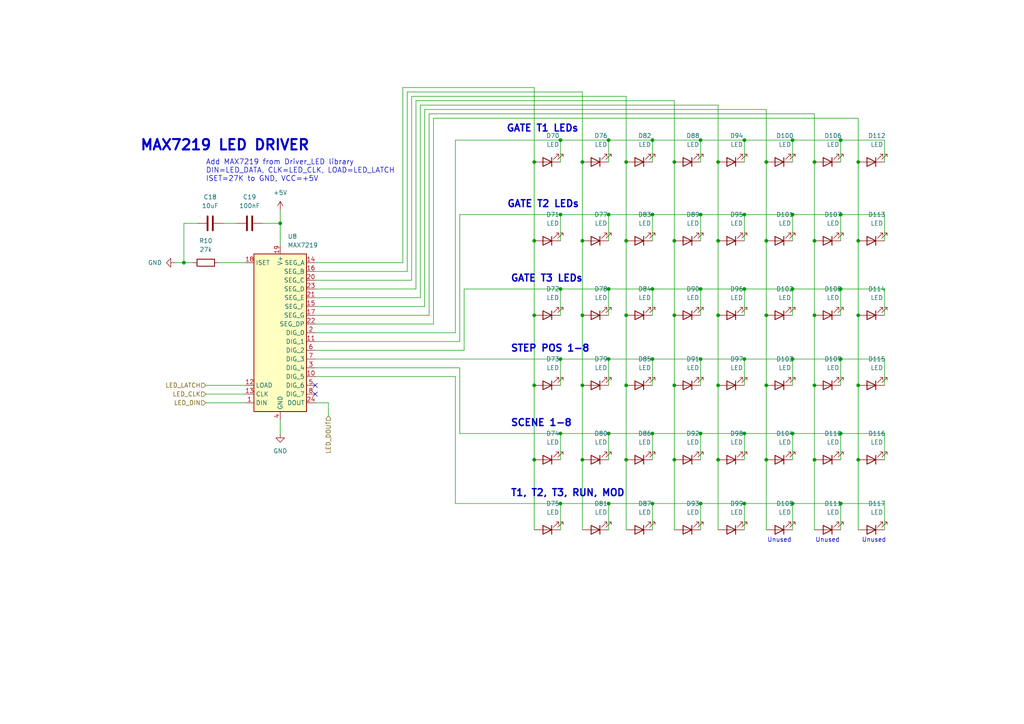
<source format=kicad_sch>
(kicad_sch (version 20250114) (generator "eeschema") (generator_version "9.0")
  (paper "A4")
  (title_block (date "2025-01-26"))
  (lib_symbols
    (symbol "Device:C" (pin_numbers (hide yes)) (pin_names (offset 0.254))
      (property "Reference" "C" (at 0.635 2.54 0))
      (property "Value" "C" (at 0.635 -2.54 0))
      (symbol "C_0_1"
        (polyline (pts (xy -2.032 0.762) (xy 2.032 0.762)) (stroke (width 0.508)))
        (polyline (pts (xy -2.032 -0.762) (xy 2.032 -0.762)) (stroke (width 0.508)))
      )
      (symbol "C_1_1"
        (pin passive line (at 0 3.81 270) (length 2.794) (name "~") (number "1"))
        (pin passive line (at 0 -3.81 90) (length 2.794) (name "~") (number "2"))
      )
    )
    (symbol "Device:R" (pin_numbers (hide yes)) (pin_names (offset 0))
      (property "Reference" "R" (at 2.032 0 90))
      (property "Value" "R" (at 0 0 90))
      (symbol "R_0_1"
        (rectangle (start -1.016 -2.54) (end 1.016 2.54) (stroke (width 0.254)))
      )
      (symbol "R_1_1"
        (pin passive line (at 0 3.81 270) (length 1.27) (name "~") (number "1"))
        (pin passive line (at 0 -3.81 90) (length 1.27) (name "~") (number "2"))
      )
    )
    (symbol "Driver_LED:MAX7219"
      (property "Reference" "U" (at -6.35 24.13 0))
      (property "Value" "MAX7219" (at 1.27 25.4 0))
      (symbol "MAX7219_0_1"
        (rectangle (start -7.62 22.86) (end 7.62 -22.86) (stroke (width 0.254)) (fill (type background)))
      )
      (symbol "MAX7219_1_1"
        (pin input line (at -10.16 20.32 0) (length 2.54) (name "ISET") (number "18"))
        (pin input line (at -10.16 -15.24 0) (length 2.54) (name "LOAD") (number "12"))
        (pin input line (at -10.16 -17.78 0) (length 2.54) (name "CLK") (number "13"))
        (pin input line (at -10.16 -20.32 0) (length 2.54) (name "DIN") (number "1"))
        (pin power_in line (at 0 25.4 270) (length 2.54) (name "V+") (number "19"))
        (pin power_in line (at 0 -25.4 90) (length 2.54) (name "GND") (number "4"))
        (pin passive line (at 0 -25.4 90) (length 2.54) (hide yes) (name "GND") (number "9"))
        (pin output line (at 10.16 20.32 180) (length 2.54) (name "SEG_A") (number "14"))
        (pin output line (at 10.16 17.78 180) (length 2.54) (name "SEG_B") (number "16"))
        (pin output line (at 10.16 15.24 180) (length 2.54) (name "SEG_C") (number "20"))
        (pin output line (at 10.16 12.7 180) (length 2.54) (name "SEG_D") (number "23"))
        (pin output line (at 10.16 10.16 180) (length 2.54) (name "SEG_E") (number "21"))
        (pin output line (at 10.16 7.62 180) (length 2.54) (name "SEG_F") (number "15"))
        (pin output line (at 10.16 5.08 180) (length 2.54) (name "SEG_G") (number "17"))
        (pin output line (at 10.16 2.54 180) (length 2.54) (name "SEG_DP") (number "22"))
        (pin output line (at 10.16 0 180) (length 2.54) (name "DIG_0") (number "2"))
        (pin output line (at 10.16 -2.54 180) (length 2.54) (name "DIG_1") (number "11"))
        (pin output line (at 10.16 -5.08 180) (length 2.54) (name "DIG_2") (number "6"))
        (pin output line (at 10.16 -7.62 180) (length 2.54) (name "DIG_3") (number "7"))
        (pin output line (at 10.16 -10.16 180) (length 2.54) (name "DIG_4") (number "3"))
        (pin output line (at 10.16 -12.7 180) (length 2.54) (name "DIG_5") (number "10"))
        (pin output line (at 10.16 -15.24 180) (length 2.54) (name "DIG_6") (number "5"))
        (pin output line (at 10.16 -17.78 180) (length 2.54) (name "DIG_7") (number "8"))
        (pin output line (at 10.16 -20.32 180) (length 2.54) (name "DOUT") (number "24"))
      )
    )
    (symbol "LED_1" (pin_numbers (hide yes)) (pin_names (offset 1.016) (hide yes))
      (property "Reference" "D" (at 0 2.54 0))
      (property "Value" "LED" (at 0 -2.54 0))
      (symbol "LED_1_0_1"
        (polyline (pts (xy -3.048 -0.762) (xy -4.572 -2.286) (xy -3.81 -2.286) (xy -4.572 -2.286) (xy -4.572 -1.524)))
        (polyline (pts (xy -1.778 -0.762) (xy -3.302 -2.286) (xy -2.54 -2.286) (xy -3.302 -2.286) (xy -3.302 -1.524)))
        (polyline (pts (xy -1.27 0) (xy 1.27 0)))
        (polyline (pts (xy -1.27 -1.27) (xy -1.27 1.27)) (stroke (width 0.254)))
        (polyline (pts (xy 1.27 -1.27) (xy 1.27 1.27) (xy -1.27 0) (xy 1.27 -1.27)) (stroke (width 0.254)))
      )
      (symbol "LED_1_1_1"
        (pin passive line (at -3.81 0 0) (length 2.54) (name "K") (number "1"))
        (pin passive line (at 3.81 0 180) (length 2.54) (name "A") (number "2"))
      )
    )
    (symbol "power:+5V" (power) (pin_numbers (hide yes)) (pin_names (offset 0) (hide yes))
      (property "Value" "+5V" (at 0 3.556 0))
      (symbol "+5V_0_1"
        (polyline (pts (xy -0.762 1.27) (xy 0 2.54)))
        (polyline (pts (xy 0 2.54) (xy 0.762 1.27)))
        (polyline (pts (xy 0 0) (xy 0 2.54)))
      )
      (symbol "+5V_1_1"
        (pin power_in line (at 0 0 90) (length 0) (name "~") (number "1"))
      )
    )
    (symbol "power:GND" (power) (pin_numbers (hide yes)) (pin_names (offset 0) (hide yes))
      (property "Value" "GND" (at 0 -3.81 0))
      (symbol "GND_0_1"
        (polyline (pts (xy 0 0) (xy 0 -1.27) (xy 1.27 -1.27) (xy 0 -2.54) (xy -1.27 -1.27) (xy 0 -1.27)))
      )
      (symbol "GND_1_1"
        (pin power_in line (at 0 0 270) (length 0) (name "~") (number "1"))
      )
    )
  )
  (text "Unused" (at 226.06 156.718 0) (effects (font (size 1.27 1.27))))
  (text "GATE T2 LEDs" (at 147 59.26 0) (effects (font (size 2 2) (bold yes)) (justify left)))
  (text "T1, T2, T3, RUN, MOD" (at 148.03 143.08 0) (effects (font (size 2 2) (bold yes)) (justify left)))
  (text "Unused" (at 240.03 156.718 0) (effects (font (size 1.27 1.27))))
  (text "GATE T3 LEDs" (at 148.03 80.85 0) (effects (font (size 2 2) (bold yes)) (justify left)))
  (text "Add MAX7219 from Driver_LED library\nDIN=LED_DATA, CLK=LED_CLK, LOAD=LED_LATCH\nISET=27K to GND, VCC=+5V" (at 59.69 49.53 0) (effects (font (size 1.5 1.5)) (justify left)))
  (text "MAX7219 LED DRIVER" (at 40.48 42.23 0) (effects (font (size 3 3) (bold yes)) (justify left)))
  (text "SCENE 1-8" (at 148.03 122.76 0) (effects (font (size 2 2) (bold yes)) (justify left)))
  (text "Unused" (at 253.492 156.718 0) (effects (font (size 1.27 1.27))))
  (text "STEP POS 1-8" (at 148.03 101.17 0) (effects (font (size 2 2) (bold yes)) (justify left)))
  (text "GATE T1 LEDs" (at 146.812 37.338 0) (effects (font (size 2 2) (bold yes)) (justify left)))
  (junction (at 181.61 46.99))
  (junction (at 236.22 133.35))
  (junction (at 215.9 83.82))
  (junction (at 208.28 91.44))
  (junction (at 168.91 69.85))
  (junction (at 243.84 146.05))
  (junction (at 189.23 62.23))
  (junction (at 208.28 46.99))
  (junction (at 181.61 111.76))
  (junction (at 229.87 125.73))
  (junction (at 243.84 62.23))
  (junction (at 229.87 146.05))
  (junction (at 208.28 133.35))
  (junction (at 229.87 83.82))
  (junction (at 154.94 46.99))
  (junction (at 181.61 133.35))
  (junction (at 195.58 111.76))
  (junction (at 203.2 104.14))
  (junction (at 248.92 69.85))
  (junction (at 154.94 133.35))
  (junction (at 243.84 125.73))
  (junction (at 248.92 91.44))
  (junction (at 189.23 40.64))
  (junction (at 236.22 46.99))
  (junction (at 162.56 40.64))
  (junction (at 243.84 104.14))
  (junction (at 176.53 125.73))
  (junction (at 195.58 133.35))
  (junction (at 162.56 62.23))
  (junction (at 236.22 91.44))
  (junction (at 189.23 104.14))
  (junction (at 162.56 104.14))
  (junction (at 208.28 111.76))
  (junction (at 168.91 91.44))
  (junction (at 195.58 46.99))
  (junction (at 222.25 91.44))
  (junction (at 181.61 69.85))
  (junction (at 81.28 64.77))
  (junction (at 203.2 40.64))
  (junction (at 203.2 146.05))
  (junction (at 176.53 104.14))
  (junction (at 189.23 83.82))
  (junction (at 195.58 91.44))
  (junction (at 215.9 125.73))
  (junction (at 222.25 133.35))
  (junction (at 154.94 111.76))
  (junction (at 181.61 91.44))
  (junction (at 162.56 83.82))
  (junction (at 215.9 146.05))
  (junction (at 215.9 104.14))
  (junction (at 222.25 46.99))
  (junction (at 248.92 133.35))
  (junction (at 162.56 146.05))
  (junction (at 222.25 69.85))
  (junction (at 176.53 83.82))
  (junction (at 203.2 83.82))
  (junction (at 189.23 146.05))
  (junction (at 168.91 133.35))
  (junction (at 229.87 40.64))
  (junction (at 243.84 40.64))
  (junction (at 176.53 40.64))
  (junction (at 154.94 69.85))
  (junction (at 168.91 111.76))
  (junction (at 53.34 76.2))
  (junction (at 162.56 125.73))
  (junction (at 176.53 62.23))
  (junction (at 229.87 62.23))
  (junction (at 154.94 91.44))
  (junction (at 248.92 46.99))
  (junction (at 215.9 40.64))
  (junction (at 208.28 69.85))
  (junction (at 215.9 62.23))
  (junction (at 195.58 69.85))
  (junction (at 222.25 111.76))
  (junction (at 189.23 125.73))
  (junction (at 176.53 146.05))
  (junction (at 168.91 46.99))
  (junction (at 248.92 111.76))
  (junction (at 243.84 83.82))
  (junction (at 203.2 62.23))
  (junction (at 236.22 111.76))
  (junction (at 203.2 125.73))
  (junction (at 229.87 104.14))
  (junction (at 236.22 69.85))
  (no_connect (at 91.44 111.76))
  (no_connect (at 91.44 114.3))
  (wire (pts (xy 162.56 146.05) (xy 176.53 146.05)))
  (wire (pts (xy 203.2 125.73) (xy 215.9 125.73)))
  (wire (pts (xy 248.92 91.44) (xy 248.92 111.76)))
  (wire (pts (xy 91.44 106.68) (xy 133.35 106.68)))
  (wire (pts (xy 203.2 40.64) (xy 215.9 40.64)))
  (wire (pts (xy 243.84 62.23) (xy 256.54 62.23)))
  (wire (pts (xy 236.22 111.76) (xy 236.22 133.35)))
  (wire (pts (xy 76.2 64.77) (xy 81.28 64.77)))
  (wire (pts (xy 91.44 116.84) (xy 95.25 116.84)))
  (wire (pts (xy 57.15 64.77) (xy 53.34 64.77)))
  (wire (pts (xy 176.53 125.73) (xy 189.23 125.73)))
  (wire (pts (xy 125.73 93.98) (xy 125.73 34.29)))
  (wire (pts (xy 123.19 31.75) (xy 222.25 31.75)))
  (wire (pts (xy 121.92 30.48) (xy 208.28 30.48)))
  (wire (pts (xy 176.53 62.23) (xy 189.23 62.23)))
  (wire (pts (xy 243.84 146.05) (xy 256.54 146.05)))
  (wire (pts (xy 248.92 133.35) (xy 248.92 153.67)))
  (wire (pts (xy 222.25 133.35) (xy 222.25 153.67)))
  (wire (pts (xy 91.44 78.74) (xy 118.11 78.74)))
  (wire (pts (xy 132.08 40.64) (xy 162.56 40.64)))
  (wire (pts (xy 203.2 146.05) (xy 215.9 146.05)))
  (wire (pts (xy 81.28 60.96) (xy 81.28 64.77)))
  (wire (pts (xy 181.61 111.76) (xy 181.61 133.35)))
  (wire (pts (xy 168.91 111.76) (xy 168.91 133.35)))
  (wire (pts (xy 243.84 104.14) (xy 256.54 104.14)))
  (wire (pts (xy 189.23 46.99) (xy 189.23 40.64)))
  (wire (pts (xy 181.61 46.99) (xy 181.61 69.85)))
  (wire (pts (xy 168.91 133.35) (xy 168.91 153.67)))
  (wire (pts (xy 215.9 62.23) (xy 229.87 62.23)))
  (wire (pts (xy 133.35 99.06) (xy 133.35 62.23)))
  (wire (pts (xy 215.9 146.05) (xy 229.87 146.05)))
  (wire (pts (xy 162.56 104.14) (xy 176.53 104.14)))
  (wire (pts (xy 229.87 62.23) (xy 229.87 69.85)))
  (wire (pts (xy 236.22 33.02) (xy 236.22 46.99)))
  (wire (pts (xy 181.61 69.85) (xy 181.61 91.44)))
  (wire (pts (xy 91.44 88.9) (xy 123.19 88.9)))
  (wire (pts (xy 91.44 83.82) (xy 120.65 83.82)))
  (wire (pts (xy 189.23 104.14) (xy 189.23 111.76)))
  (wire (pts (xy 118.11 78.74) (xy 118.11 26.67)))
  (wire (pts (xy 229.87 83.82) (xy 243.84 83.82)))
  (wire (pts (xy 176.53 62.23) (xy 176.53 69.85)))
  (wire (pts (xy 121.92 86.36) (xy 121.92 30.48)))
  (wire (pts (xy 53.34 76.2) (xy 55.88 76.2)))
  (wire (pts (xy 215.9 62.23) (xy 215.9 69.85)))
  (wire (pts (xy 91.44 109.22) (xy 132.08 109.22)))
  (wire (pts (xy 243.84 83.82) (xy 256.54 83.82)))
  (wire (pts (xy 154.94 25.4) (xy 154.94 46.99)))
  (wire (pts (xy 248.92 69.85) (xy 248.92 91.44)))
  (wire (pts (xy 162.56 62.23) (xy 162.56 69.85)))
  (wire (pts (xy 91.44 91.44) (xy 124.46 91.44)))
  (wire (pts (xy 168.91 91.44) (xy 168.91 111.76)))
  (wire (pts (xy 133.35 106.68) (xy 133.35 125.73)))
  (wire (pts (xy 203.2 146.05) (xy 203.2 153.67)))
  (wire (pts (xy 229.87 125.73) (xy 229.87 133.35)))
  (wire (pts (xy 222.25 91.44) (xy 222.25 111.76)))
  (wire (pts (xy 63.5 76.2) (xy 71.12 76.2)))
  (wire (pts (xy 215.9 146.05) (xy 215.9 153.67)))
  (wire (pts (xy 59.69 116.84) (xy 71.12 116.84)))
  (wire (pts (xy 91.44 99.06) (xy 133.35 99.06)))
  (wire (pts (xy 123.19 88.9) (xy 123.19 31.75)))
  (wire (pts (xy 229.87 146.05) (xy 243.84 146.05)))
  (wire (pts (xy 195.58 91.44) (xy 195.58 111.76)))
  (wire (pts (xy 116.84 25.4) (xy 154.94 25.4)))
  (wire (pts (xy 229.87 40.64) (xy 243.84 40.64)))
  (wire (pts (xy 243.84 125.73) (xy 243.84 133.35)))
  (wire (pts (xy 195.58 29.21) (xy 195.58 46.99)))
  (wire (pts (xy 181.61 133.35) (xy 181.61 153.67)))
  (wire (pts (xy 162.56 104.14) (xy 162.56 111.76)))
  (wire (pts (xy 215.9 83.82) (xy 229.87 83.82)))
  (wire (pts (xy 162.56 62.23) (xy 176.53 62.23)))
  (wire (pts (xy 203.2 125.73) (xy 203.2 133.35)))
  (wire (pts (xy 154.94 91.44) (xy 154.94 111.76)))
  (wire (pts (xy 203.2 104.14) (xy 203.2 111.76)))
  (wire (pts (xy 162.56 125.73) (xy 162.56 133.35)))
  (wire (pts (xy 229.87 62.23) (xy 243.84 62.23)))
  (wire (pts (xy 236.22 46.99) (xy 236.22 69.85)))
  (wire (pts (xy 256.54 104.14) (xy 256.54 111.76)))
  (wire (pts (xy 222.25 31.75) (xy 222.25 46.99)))
  (wire (pts (xy 116.84 76.2) (xy 116.84 25.4)))
  (wire (pts (xy 162.56 146.05) (xy 162.56 153.67)))
  (wire (pts (xy 236.22 133.35) (xy 236.22 153.67)))
  (wire (pts (xy 189.23 40.64) (xy 203.2 40.64)))
  (wire (pts (xy 118.11 26.67) (xy 168.91 26.67)))
  (wire (pts (xy 243.84 46.99) (xy 243.84 40.64)))
  (wire (pts (xy 189.23 125.73) (xy 203.2 125.73)))
  (wire (pts (xy 168.91 26.67) (xy 168.91 46.99)))
  (wire (pts (xy 243.84 125.73) (xy 256.54 125.73)))
  (wire (pts (xy 248.92 34.29) (xy 248.92 46.99)))
  (wire (pts (xy 229.87 125.73) (xy 243.84 125.73)))
  (wire (pts (xy 248.92 46.99) (xy 248.92 69.85)))
  (wire (pts (xy 195.58 69.85) (xy 195.58 91.44)))
  (wire (pts (xy 229.87 146.05) (xy 229.87 153.67)))
  (wire (pts (xy 176.53 40.64) (xy 176.53 46.99)))
  (wire (pts (xy 256.54 125.73) (xy 256.54 133.35)))
  (wire (pts (xy 189.23 40.64) (xy 176.53 40.64)))
  (wire (pts (xy 189.23 146.05) (xy 189.23 153.67)))
  (wire (pts (xy 222.25 111.76) (xy 222.25 133.35)))
  (wire (pts (xy 256.54 146.05) (xy 256.54 153.67)))
  (wire (pts (xy 181.61 91.44) (xy 181.61 111.76)))
  (wire (pts (xy 59.69 111.76) (xy 71.12 111.76)))
  (wire (pts (xy 134.62 101.6) (xy 134.62 83.82)))
  (wire (pts (xy 236.22 91.44) (xy 236.22 111.76)))
  (wire (pts (xy 215.9 104.14) (xy 215.9 111.76)))
  (wire (pts (xy 229.87 40.64) (xy 215.9 40.64)))
  (wire (pts (xy 91.44 76.2) (xy 116.84 76.2)))
  (wire (pts (xy 134.62 83.82) (xy 162.56 83.82)))
  (wire (pts (xy 132.08 109.22) (xy 132.08 146.05)))
  (wire (pts (xy 256.54 83.82) (xy 256.54 91.44)))
  (wire (pts (xy 168.91 46.99) (xy 168.91 69.85)))
  (wire (pts (xy 95.25 116.84) (xy 95.25 120.65)))
  (wire (pts (xy 189.23 125.73) (xy 189.23 133.35)))
  (wire (pts (xy 189.23 83.82) (xy 189.23 91.44)))
  (wire (pts (xy 81.28 64.77) (xy 81.28 71.12)))
  (wire (pts (xy 91.44 81.28) (xy 119.38 81.28)))
  (wire (pts (xy 215.9 46.99) (xy 215.9 40.64)))
  (wire (pts (xy 203.2 46.99) (xy 203.2 40.64)))
  (wire (pts (xy 215.9 104.14) (xy 229.87 104.14)))
  (wire (pts (xy 91.44 96.52) (xy 132.08 96.52)))
  (wire (pts (xy 248.92 111.76) (xy 248.92 133.35)))
  (wire (pts (xy 120.65 83.82) (xy 120.65 29.21)))
  (wire (pts (xy 243.84 104.14) (xy 243.84 111.76)))
  (wire (pts (xy 59.69 114.3) (xy 71.12 114.3)))
  (wire (pts (xy 91.44 101.6) (xy 134.62 101.6)))
  (wire (pts (xy 133.35 62.23) (xy 162.56 62.23)))
  (wire (pts (xy 132.08 146.05) (xy 162.56 146.05)))
  (wire (pts (xy 208.28 69.85) (xy 208.28 91.44)))
  (wire (pts (xy 176.53 104.14) (xy 189.23 104.14)))
  (wire (pts (xy 176.53 125.73) (xy 176.53 133.35)))
  (wire (pts (xy 124.46 33.02) (xy 236.22 33.02)))
  (wire (pts (xy 162.56 125.73) (xy 176.53 125.73)))
  (wire (pts (xy 256.54 62.23) (xy 256.54 69.85)))
  (wire (pts (xy 189.23 62.23) (xy 203.2 62.23)))
  (wire (pts (xy 229.87 104.14) (xy 243.84 104.14)))
  (wire (pts (xy 162.56 40.64) (xy 176.53 40.64)))
  (wire (pts (xy 50.8 76.2) (xy 53.34 76.2)))
  (wire (pts (xy 176.53 146.05) (xy 176.53 153.67)))
  (wire (pts (xy 176.53 146.05) (xy 189.23 146.05)))
  (wire (pts (xy 154.94 111.76) (xy 154.94 133.35)))
  (wire (pts (xy 229.87 83.82) (xy 229.87 91.44)))
  (wire (pts (xy 243.84 62.23) (xy 243.84 69.85)))
  (wire (pts (xy 208.28 133.35) (xy 208.28 153.67)))
  (wire (pts (xy 243.84 40.64) (xy 256.54 40.64)))
  (wire (pts (xy 154.94 69.85) (xy 154.94 91.44)))
  (wire (pts (xy 119.38 81.28) (xy 119.38 27.94)))
  (wire (pts (xy 203.2 62.23) (xy 215.9 62.23)))
  (wire (pts (xy 154.94 133.35) (xy 154.94 153.67)))
  (wire (pts (xy 91.44 104.14) (xy 162.56 104.14)))
  (wire (pts (xy 132.08 96.52) (xy 132.08 40.64)))
  (wire (pts (xy 91.44 86.36) (xy 121.92 86.36)))
  (wire (pts (xy 222.25 46.99) (xy 222.25 69.85)))
  (wire (pts (xy 203.2 83.82) (xy 215.9 83.82)))
  (wire (pts (xy 124.46 91.44) (xy 124.46 33.02)))
  (wire (pts (xy 215.9 125.73) (xy 229.87 125.73)))
  (wire (pts (xy 256.54 46.99) (xy 256.54 40.64)))
  (wire (pts (xy 215.9 125.73) (xy 215.9 133.35)))
  (wire (pts (xy 120.65 29.21) (xy 195.58 29.21)))
  (wire (pts (xy 81.28 121.92) (xy 81.28 125.73)))
  (wire (pts (xy 208.28 30.48) (xy 208.28 46.99)))
  (wire (pts (xy 189.23 146.05) (xy 203.2 146.05)))
  (wire (pts (xy 243.84 83.82) (xy 243.84 91.44)))
  (wire (pts (xy 203.2 83.82) (xy 203.2 91.44)))
  (wire (pts (xy 91.44 93.98) (xy 125.73 93.98)))
  (wire (pts (xy 125.73 34.29) (xy 248.92 34.29)))
  (wire (pts (xy 133.35 125.73) (xy 162.56 125.73)))
  (wire (pts (xy 181.61 27.94) (xy 181.61 46.99)))
  (wire (pts (xy 64.77 64.77) (xy 68.58 64.77)))
  (wire (pts (xy 162.56 40.64) (xy 162.56 46.99)))
  (wire (pts (xy 208.28 91.44) (xy 208.28 111.76)))
  (wire (pts (xy 195.58 46.99) (xy 195.58 69.85)))
  (wire (pts (xy 203.2 104.14) (xy 215.9 104.14)))
  (wire (pts (xy 189.23 104.14) (xy 203.2 104.14)))
  (wire (pts (xy 154.94 46.99) (xy 154.94 69.85)))
  (wire (pts (xy 189.23 62.23) (xy 189.23 69.85)))
  (wire (pts (xy 222.25 69.85) (xy 222.25 91.44)))
  (wire (pts (xy 243.84 146.05) (xy 243.84 153.67)))
  (wire (pts (xy 208.28 46.99) (xy 208.28 69.85)))
  (wire (pts (xy 236.22 69.85) (xy 236.22 91.44)))
  (wire (pts (xy 229.87 104.14) (xy 229.87 111.76)))
  (wire (pts (xy 176.53 83.82) (xy 176.53 91.44)))
  (wire (pts (xy 229.87 46.99) (xy 229.87 40.64)))
  (wire (pts (xy 53.34 64.77) (xy 53.34 76.2)))
  (wire (pts (xy 195.58 133.35) (xy 195.58 153.67)))
  (wire (pts (xy 195.58 111.76) (xy 195.58 133.35)))
  (wire (pts (xy 176.53 104.14) (xy 176.53 111.76)))
  (wire (pts (xy 189.23 83.82) (xy 203.2 83.82)))
  (wire (pts (xy 176.53 83.82) (xy 189.23 83.82)))
  (wire (pts (xy 162.56 83.82) (xy 176.53 83.82)))
  (wire (pts (xy 119.38 27.94) (xy 181.61 27.94)))
  (wire (pts (xy 168.91 69.85) (xy 168.91 91.44)))
  (wire (pts (xy 203.2 69.85) (xy 203.2 62.23)))
  (wire (pts (xy 215.9 83.82) (xy 215.9 91.44)))
  (wire (pts (xy 162.56 83.82) (xy 162.56 91.44)))
  (wire (pts (xy 208.28 111.76) (xy 208.28 133.35)))
  (hierarchical_label "LED_LATCH" (shape input) (at 59.69 111.76 180))
  (hierarchical_label "LED_DIN" (shape input) (at 59.69 116.84 180))
  (hierarchical_label "LED_DOUT" (shape input) (at 95.25 120.65 270))
  (hierarchical_label "LED_CLK" (shape input) (at 59.69 114.3 180))
  (symbol (lib_name "LED_1") (lib_id "Device:LED") (at 212.09 153.67 180) (unit 1)
    (property "Reference" "D99" (at 213.6775 146.05 0))
    (property "Value" "LED" (at 213.6775 148.59 0))
    (property "Footprint" "LED_SMD:LED_0201_0603Metric" (effects (hide yes)))
    (property "Description" "Light emitting diode" (effects (hide yes)))
    (property "Sim.Pins" "1=K 2=A" (effects (hide yes)))
  )
  (symbol (lib_id "Device:C") (at 72.39 64.77 90) (unit 1)
    (property "Reference" "C19" (at 72.39 57.15 90))
    (property "Value" "100nF" (at 72.39 59.69 90))
    (property "Description" "Unpolarized capacitor" (effects (hide yes)))
  )
  (symbol (lib_name "LED_1") (lib_id "Device:LED") (at 212.09 111.76 180) (unit 1)
    (property "Reference" "D97" (at 213.6775 104.14 0))
    (property "Value" "LED" (at 213.6775 106.68 0))
    (property "Footprint" "LED_SMD:LED_0201_0603Metric" (effects (hide yes)))
    (property "Description" "Light emitting diode" (effects (hide yes)))
    (property "Sim.Pins" "1=K 2=A" (effects (hide yes)))
  )
  (symbol (lib_name "LED_1") (lib_id "Device:LED") (at 212.09 91.44 180) (unit 1)
    (property "Reference" "D96" (at 213.6775 83.82 0))
    (property "Value" "LED" (at 213.6775 86.36 0))
    (property "Footprint" "LED_SMD:LED_0201_0603Metric" (effects (hide yes)))
    (property "Description" "Light emitting diode" (effects (hide yes)))
    (property "Sim.Pins" "1=K 2=A" (effects (hide yes)))
  )
  (symbol (lib_name "LED_1") (lib_id "Device:LED") (at 158.75 91.44 180) (unit 1)
    (property "Reference" "D72" (at 160.3375 83.82 0))
    (property "Value" "LED" (at 160.3375 86.36 0))
    (property "Footprint" "LED_SMD:LED_0201_0603Metric" (effects (hide yes)))
    (property "Description" "Light emitting diode" (effects (hide yes)))
    (property "Sim.Pins" "1=K 2=A" (effects (hide yes)))
  )
  (symbol (lib_name "LED_1") (lib_id "Device:LED") (at 185.42 153.67 180) (unit 1)
    (property "Reference" "D87" (at 187.0075 146.05 0))
    (property "Value" "LED" (at 187.0075 148.59 0))
    (property "Footprint" "LED_SMD:LED_0201_0603Metric" (effects (hide yes)))
    (property "Description" "Light emitting diode" (effects (hide yes)))
    (property "Sim.Pins" "1=K 2=A" (effects (hide yes)))
  )
  (symbol (lib_name "LED_1") (lib_id "Device:LED") (at 226.06 91.44 180) (unit 1)
    (property "Reference" "D102" (at 227.6475 83.82 0))
    (property "Value" "LED" (at 227.6475 86.36 0))
    (property "Footprint" "LED_SMD:LED_0201_0603Metric" (effects (hide yes)))
    (property "Description" "Light emitting diode" (effects (hide yes)))
    (property "Sim.Pins" "1=K 2=A" (effects (hide yes)))
  )
  (symbol (lib_name "LED_1") (lib_id "Device:LED") (at 240.03 111.76 180) (unit 1)
    (property "Reference" "D109" (at 241.6175 104.14 0))
    (property "Value" "LED" (at 241.6175 106.68 0))
    (property "Footprint" "LED_SMD:LED_0201_0603Metric" (effects (hide yes)))
    (property "Description" "Light emitting diode" (effects (hide yes)))
    (property "Sim.Pins" "1=K 2=A" (effects (hide yes)))
  )
  (symbol (lib_name "LED_1") (lib_id "Device:LED") (at 172.72 69.85 180) (unit 1)
    (property "Reference" "D77" (at 174.3075 62.23 0))
    (property "Value" "LED" (at 174.3075 64.77 0))
    (property "Footprint" "LED_SMD:LED_0201_0603Metric" (effects (hide yes)))
    (property "Description" "Light emitting diode" (effects (hide yes)))
    (property "Sim.Pins" "1=K 2=A" (effects (hide yes)))
  )
  (symbol (lib_name "LED_1") (lib_id "Device:LED") (at 252.73 111.76 180) (unit 1)
    (property "Reference" "D115" (at 254.3175 104.14 0))
    (property "Value" "LED" (at 254.3175 106.68 0))
    (property "Footprint" "LED_SMD:LED_0201_0603Metric" (effects (hide yes)))
    (property "Description" "Light emitting diode" (effects (hide yes)))
    (property "Sim.Pins" "1=K 2=A" (effects (hide yes)))
  )
  (symbol (lib_name "LED_1") (lib_id "Device:LED") (at 199.39 111.76 180) (unit 1)
    (property "Reference" "D91" (at 200.9775 104.14 0))
    (property "Value" "LED" (at 200.9775 106.68 0))
    (property "Footprint" "LED_SMD:LED_0201_0603Metric" (effects (hide yes)))
    (property "Description" "Light emitting diode" (effects (hide yes)))
    (property "Sim.Pins" "1=K 2=A" (effects (hide yes)))
  )
  (symbol (lib_id "Driver_LED:MAX7219") (at 81.28 96.52 0) (unit 1)
    (property "Reference" "U8" (at 83.4233 68.58 0) (effects (justify left)))
    (property "Value" "MAX7219" (at 83.4233 71.12 0) (effects (justify left)))
    (property "Datasheet" "https://datasheets.maximintegrated.com/en/ds/MAX7219-MAX7221.pdf" (effects (hide yes)))
    (property "Description" "8-Digit LED Display Driver" (effects (hide yes)))
  )
  (symbol (lib_name "LED_1") (lib_id "Device:LED") (at 212.09 133.35 180) (unit 1)
    (property "Reference" "D98" (at 213.6775 125.73 0))
    (property "Value" "LED" (at 213.6775 128.27 0))
    (property "Footprint" "LED_SMD:LED_0201_0603Metric" (effects (hide yes)))
    (property "Description" "Light emitting diode" (effects (hide yes)))
    (property "Sim.Pins" "1=K 2=A" (effects (hide yes)))
  )
  (symbol (lib_name "LED_1") (lib_id "Device:LED") (at 226.06 69.85 180) (unit 1)
    (property "Reference" "D101" (at 227.6475 62.23 0))
    (property "Value" "LED" (at 227.6475 64.77 0))
    (property "Footprint" "LED_SMD:LED_0201_0603Metric" (effects (hide yes)))
    (property "Description" "Light emitting diode" (effects (hide yes)))
    (property "Sim.Pins" "1=K 2=A" (effects (hide yes)))
  )
  (symbol (lib_name "LED_1") (lib_id "Device:LED") (at 226.06 153.67 180) (unit 1)
    (property "Reference" "D105" (at 227.6475 146.05 0))
    (property "Value" "LED" (at 227.6475 148.59 0))
    (property "Footprint" "LED_SMD:LED_0201_0603Metric" (effects (hide yes)))
    (property "Description" "Light emitting diode" (effects (hide yes)))
    (property "Sim.Pins" "1=K 2=A" (effects (hide yes)))
  )
  (symbol (lib_id "power:GND") (at 81.28 125.73 0) (unit 1)
    (property "Reference" "#PWR010" (effects (hide yes)))
    (property "Value" "GND" (at 81.28 130.81 0))
    (property "Description" "Power symbol creates a global label with name \"GND\" , ground" (effects (hide yes)))
  )
  (symbol (lib_name "LED_1") (lib_id "Device:LED") (at 172.72 153.67 180) (unit 1)
    (property "Reference" "D81" (at 174.3075 146.05 0))
    (property "Value" "LED" (at 174.3075 148.59 0))
    (property "Footprint" "LED_SMD:LED_0201_0603Metric" (effects (hide yes)))
    (property "Description" "Light emitting diode" (effects (hide yes)))
    (property "Sim.Pins" "1=K 2=A" (effects (hide yes)))
  )
  (symbol (lib_name "LED_1") (lib_id "Device:LED") (at 185.42 69.85 180) (unit 1)
    (property "Reference" "D83" (at 187.0075 62.23 0))
    (property "Value" "LED" (at 187.0075 64.77 0))
    (property "Footprint" "LED_SMD:LED_0201_0603Metric" (effects (hide yes)))
    (property "Description" "Light emitting diode" (effects (hide yes)))
    (property "Sim.Pins" "1=K 2=A" (effects (hide yes)))
  )
  (symbol (lib_name "LED_1") (lib_id "Device:LED") (at 199.39 46.99 180) (unit 1)
    (property "Reference" "D88" (at 200.9775 39.37 0))
    (property "Value" "LED" (at 200.9775 41.91 0))
    (property "Footprint" "LED_SMD:LED_0201_0603Metric" (effects (hide yes)))
    (property "Description" "Light emitting diode" (effects (hide yes)))
    (property "Sim.Pins" "1=K 2=A" (effects (hide yes)))
  )
  (symbol (lib_name "LED_1") (lib_id "Device:LED") (at 252.73 153.67 180) (unit 1)
    (property "Reference" "D117" (at 254.3175 146.05 0))
    (property "Value" "LED" (at 254.3175 148.59 0))
    (property "Footprint" "LED_SMD:LED_0201_0603Metric" (effects (hide yes)))
    (property "Description" "Light emitting diode" (effects (hide yes)))
    (property "Sim.Pins" "1=K 2=A" (effects (hide yes)))
  )
  (symbol (lib_name "LED_1") (lib_id "Device:LED") (at 158.75 153.67 180) (unit 1)
    (property "Reference" "D75" (at 160.3375 146.05 0))
    (property "Value" "LED" (at 160.3375 148.59 0))
    (property "Footprint" "LED_SMD:LED_0201_0603Metric" (effects (hide yes)))
    (property "Description" "Light emitting diode" (effects (hide yes)))
    (property "Sim.Pins" "1=K 2=A" (effects (hide yes)))
  )
  (symbol (lib_name "LED_1") (lib_id "Device:LED") (at 252.73 133.35 180) (unit 1)
    (property "Reference" "D116" (at 254.3175 125.73 0))
    (property "Value" "LED" (at 254.3175 128.27 0))
    (property "Footprint" "LED_SMD:LED_0201_0603Metric" (effects (hide yes)))
    (property "Description" "Light emitting diode" (effects (hide yes)))
    (property "Sim.Pins" "1=K 2=A" (effects (hide yes)))
  )
  (symbol (lib_id "Device:R") (at 59.69 76.2 90) (unit 1)
    (property "Reference" "R10" (at 59.69 69.85 90))
    (property "Value" "27k" (at 59.69 72.39 90))
    (property "Description" "Resistor" (effects (hide yes)))
  )
  (symbol (lib_name "LED_1") (lib_id "Device:LED") (at 240.03 133.35 180) (unit 1)
    (property "Reference" "D110" (at 241.6175 125.73 0))
    (property "Value" "LED" (at 241.6175 128.27 0))
    (property "Footprint" "LED_SMD:LED_0201_0603Metric" (effects (hide yes)))
    (property "Description" "Light emitting diode" (effects (hide yes)))
    (property "Sim.Pins" "1=K 2=A" (effects (hide yes)))
  )
  (symbol (lib_name "LED_1") (lib_id "Device:LED") (at 172.72 111.76 180) (unit 1)
    (property "Reference" "D79" (at 174.3075 104.14 0))
    (property "Value" "LED" (at 174.3075 106.68 0))
    (property "Footprint" "LED_SMD:LED_0201_0603Metric" (effects (hide yes)))
    (property "Description" "Light emitting diode" (effects (hide yes)))
    (property "Sim.Pins" "1=K 2=A" (effects (hide yes)))
  )
  (symbol (lib_id "power:GND") (at 50.8 76.2 270) (unit 1)
    (property "Reference" "#PWR08" (effects (hide yes)))
    (property "Value" "GND" (at 46.99 76.1999 90) (effects (justify right)))
    (property "Description" "Power symbol creates a global label with name \"GND\" , ground" (effects (hide yes)))
  )
  (symbol (lib_name "LED_1") (lib_id "Device:LED") (at 172.72 133.35 180) (unit 1)
    (property "Reference" "D80" (at 174.3075 125.73 0))
    (property "Value" "LED" (at 174.3075 128.27 0))
    (property "Footprint" "LED_SMD:LED_0201_0603Metric" (effects (hide yes)))
    (property "Description" "Light emitting diode" (effects (hide yes)))
    (property "Sim.Pins" "1=K 2=A" (effects (hide yes)))
  )
  (symbol (lib_name "LED_1") (lib_id "Device:LED") (at 158.75 46.99 180) (unit 1)
    (property "Reference" "D70" (at 160.3375 39.37 0))
    (property "Value" "LED" (at 160.3375 41.91 0))
    (property "Footprint" "LED_SMD:LED_0201_0603Metric" (effects (hide yes)))
    (property "Description" "Light emitting diode" (effects (hide yes)))
    (property "Sim.Pins" "1=K 2=A" (effects (hide yes)))
  )
  (symbol (lib_name "LED_1") (lib_id "Device:LED") (at 158.75 133.35 180) (unit 1)
    (property "Reference" "D74" (at 160.3375 125.73 0))
    (property "Value" "LED" (at 160.3375 128.27 0))
    (property "Footprint" "LED_SMD:LED_0201_0603Metric" (effects (hide yes)))
    (property "Description" "Light emitting diode" (effects (hide yes)))
    (property "Sim.Pins" "1=K 2=A" (effects (hide yes)))
  )
  (symbol (lib_id "Device:C") (at 60.96 64.77 90) (unit 1)
    (property "Reference" "C18" (at 60.96 57.15 90))
    (property "Value" "10uF" (at 60.96 59.69 90))
    (property "Description" "Unpolarized capacitor" (effects (hide yes)))
  )
  (symbol (lib_name "LED_1") (lib_id "Device:LED") (at 252.73 46.99 180) (unit 1)
    (property "Reference" "D112" (at 254.3175 39.37 0))
    (property "Value" "LED" (at 254.3175 41.91 0))
    (property "Footprint" "LED_SMD:LED_0201_0603Metric" (effects (hide yes)))
    (property "Description" "Light emitting diode" (effects (hide yes)))
    (property "Sim.Pins" "1=K 2=A" (effects (hide yes)))
  )
  (symbol (lib_name "LED_1") (lib_id "Device:LED") (at 212.09 69.85 180) (unit 1)
    (property "Reference" "D95" (at 213.6775 62.23 0))
    (property "Value" "LED" (at 213.6775 64.77 0))
    (property "Footprint" "LED_SMD:LED_0201_0603Metric" (effects (hide yes)))
    (property "Description" "Light emitting diode" (effects (hide yes)))
    (property "Sim.Pins" "1=K 2=A" (effects (hide yes)))
  )
  (symbol (lib_name "LED_1") (lib_id "Device:LED") (at 172.72 46.99 180) (unit 1)
    (property "Reference" "D76" (at 174.3075 39.37 0))
    (property "Value" "LED" (at 174.3075 41.91 0))
    (property "Footprint" "LED_SMD:LED_0201_0603Metric" (effects (hide yes)))
    (property "Description" "Light emitting diode" (effects (hide yes)))
    (property "Sim.Pins" "1=K 2=A" (effects (hide yes)))
  )
  (symbol (lib_name "LED_1") (lib_id "Device:LED") (at 226.06 111.76 180) (unit 1)
    (property "Reference" "D103" (at 227.6475 104.14 0))
    (property "Value" "LED" (at 227.6475 106.68 0))
    (property "Footprint" "LED_SMD:LED_0201_0603Metric" (effects (hide yes)))
    (property "Description" "Light emitting diode" (effects (hide yes)))
    (property "Sim.Pins" "1=K 2=A" (effects (hide yes)))
  )
  (symbol (lib_name "LED_1") (lib_id "Device:LED") (at 252.73 91.44 180) (unit 1)
    (property "Reference" "D114" (at 254.3175 83.82 0))
    (property "Value" "LED" (at 254.3175 86.36 0))
    (property "Footprint" "LED_SMD:LED_0201_0603Metric" (effects (hide yes)))
    (property "Description" "Light emitting diode" (effects (hide yes)))
    (property "Sim.Pins" "1=K 2=A" (effects (hide yes)))
  )
  (symbol (lib_name "LED_1") (lib_id "Device:LED") (at 252.73 69.85 180) (unit 1)
    (property "Reference" "D113" (at 254.3175 62.23 0))
    (property "Value" "LED" (at 254.3175 64.77 0))
    (property "Footprint" "LED_SMD:LED_0201_0603Metric" (effects (hide yes)))
    (property "Description" "Light emitting diode" (effects (hide yes)))
    (property "Sim.Pins" "1=K 2=A" (effects (hide yes)))
  )
  (symbol (lib_name "LED_1") (lib_id "Device:LED") (at 172.72 91.44 180) (unit 1)
    (property "Reference" "D78" (at 174.3075 83.82 0))
    (property "Value" "LED" (at 174.3075 86.36 0))
    (property "Footprint" "LED_SMD:LED_0201_0603Metric" (effects (hide yes)))
    (property "Description" "Light emitting diode" (effects (hide yes)))
    (property "Sim.Pins" "1=K 2=A" (effects (hide yes)))
  )
  (symbol (lib_name "LED_1") (lib_id "Device:LED") (at 226.06 133.35 180) (unit 1)
    (property "Reference" "D104" (at 227.6475 125.73 0))
    (property "Value" "LED" (at 227.6475 128.27 0))
    (property "Footprint" "LED_SMD:LED_0201_0603Metric" (effects (hide yes)))
    (property "Description" "Light emitting diode" (effects (hide yes)))
    (property "Sim.Pins" "1=K 2=A" (effects (hide yes)))
  )
  (symbol (lib_name "LED_1") (lib_id "Device:LED") (at 185.42 91.44 180) (unit 1)
    (property "Reference" "D84" (at 187.0075 83.82 0))
    (property "Value" "LED" (at 187.0075 86.36 0))
    (property "Footprint" "LED_SMD:LED_0201_0603Metric" (effects (hide yes)))
    (property "Description" "Light emitting diode" (effects (hide yes)))
    (property "Sim.Pins" "1=K 2=A" (effects (hide yes)))
  )
  (symbol (lib_name "LED_1") (lib_id "Device:LED") (at 240.03 69.85 180) (unit 1)
    (property "Reference" "D107" (at 241.6175 62.23 0))
    (property "Value" "LED" (at 241.6175 64.77 0))
    (property "Footprint" "LED_SMD:LED_0201_0603Metric" (effects (hide yes)))
    (property "Description" "Light emitting diode" (effects (hide yes)))
    (property "Sim.Pins" "1=K 2=A" (effects (hide yes)))
  )
  (symbol (lib_name "LED_1") (lib_id "Device:LED") (at 185.42 111.76 180) (unit 1)
    (property "Reference" "D85" (at 187.0075 104.14 0))
    (property "Value" "LED" (at 187.0075 106.68 0))
    (property "Footprint" "LED_SMD:LED_0201_0603Metric" (effects (hide yes)))
    (property "Description" "Light emitting diode" (effects (hide yes)))
    (property "Sim.Pins" "1=K 2=A" (effects (hide yes)))
  )
  (symbol (lib_name "LED_1") (lib_id "Device:LED") (at 199.39 69.85 180) (unit 1)
    (property "Reference" "D89" (at 200.9775 62.23 0))
    (property "Value" "LED" (at 200.9775 64.77 0))
    (property "Footprint" "LED_SMD:LED_0201_0603Metric" (effects (hide yes)))
    (property "Description" "Light emitting diode" (effects (hide yes)))
    (property "Sim.Pins" "1=K 2=A" (effects (hide yes)))
  )
  (symbol (lib_name "LED_1") (lib_id "Device:LED") (at 212.09 46.99 180) (unit 1)
    (property "Reference" "D94" (at 213.6775 39.37 0))
    (property "Value" "LED" (at 213.6775 41.91 0))
    (property "Footprint" "LED_SMD:LED_0201_0603Metric" (effects (hide yes)))
    (property "Description" "Light emitting diode" (effects (hide yes)))
    (property "Sim.Pins" "1=K 2=A" (effects (hide yes)))
  )
  (symbol (lib_name "LED_1") (lib_id "Device:LED") (at 199.39 91.44 180) (unit 1)
    (property "Reference" "D90" (at 200.9775 83.82 0))
    (property "Value" "LED" (at 200.9775 86.36 0))
    (property "Footprint" "LED_SMD:LED_0201_0603Metric" (effects (hide yes)))
    (property "Description" "Light emitting diode" (effects (hide yes)))
    (property "Sim.Pins" "1=K 2=A" (effects (hide yes)))
  )
  (symbol (lib_name "LED_1") (lib_id "Device:LED") (at 226.06 46.99 180) (unit 1)
    (property "Reference" "D100" (at 227.6475 39.37 0))
    (property "Value" "LED" (at 227.6475 41.91 0))
    (property "Footprint" "LED_SMD:LED_0201_0603Metric" (effects (hide yes)))
    (property "Description" "Light emitting diode" (effects (hide yes)))
    (property "Sim.Pins" "1=K 2=A" (effects (hide yes)))
  )
  (symbol (lib_name "LED_1") (lib_id "Device:LED") (at 185.42 46.99 180) (unit 1)
    (property "Reference" "D82" (at 187.0075 39.37 0))
    (property "Value" "LED" (at 187.0075 41.91 0))
    (property "Footprint" "LED_SMD:LED_0201_0603Metric" (effects (hide yes)))
    (property "Description" "Light emitting diode" (effects (hide yes)))
    (property "Sim.Pins" "1=K 2=A" (effects (hide yes)))
  )
  (symbol (lib_name "LED_1") (lib_id "Device:LED") (at 240.03 46.99 180) (unit 1)
    (property "Reference" "D106" (at 241.6175 39.37 0))
    (property "Value" "LED" (at 241.6175 41.91 0))
    (property "Footprint" "LED_SMD:LED_0201_0603Metric" (effects (hide yes)))
    (property "Description" "Light emitting diode" (effects (hide yes)))
    (property "Sim.Pins" "1=K 2=A" (effects (hide yes)))
  )
  (symbol (lib_name "LED_1") (lib_id "Device:LED") (at 240.03 91.44 180) (unit 1)
    (property "Reference" "D108" (at 241.6175 83.82 0))
    (property "Value" "LED" (at 241.6175 86.36 0))
    (property "Footprint" "LED_SMD:LED_0201_0603Metric" (effects (hide yes)))
    (property "Description" "Light emitting diode" (effects (hide yes)))
    (property "Sim.Pins" "1=K 2=A" (effects (hide yes)))
  )
  (symbol (lib_name "LED_1") (lib_id "Device:LED") (at 185.42 133.35 180) (unit 1)
    (property "Reference" "D86" (at 187.0075 125.73 0))
    (property "Value" "LED" (at 187.0075 128.27 0))
    (property "Footprint" "LED_SMD:LED_0201_0603Metric" (effects (hide yes)))
    (property "Description" "Light emitting diode" (effects (hide yes)))
    (property "Sim.Pins" "1=K 2=A" (effects (hide yes)))
  )
  (symbol (lib_name "LED_1") (lib_id "Device:LED") (at 158.75 69.85 180) (unit 1)
    (property "Reference" "D71" (at 160.3375 62.23 0))
    (property "Value" "LED" (at 160.3375 64.77 0))
    (property "Footprint" "LED_SMD:LED_0201_0603Metric" (effects (hide yes)))
    (property "Description" "Light emitting diode" (effects (hide yes)))
    (property "Sim.Pins" "1=K 2=A" (effects (hide yes)))
  )
  (symbol (lib_name "LED_1") (lib_id "Device:LED") (at 199.39 153.67 180) (unit 1)
    (property "Reference" "D93" (at 200.9775 146.05 0))
    (property "Value" "LED" (at 200.9775 148.59 0))
    (property "Footprint" "LED_SMD:LED_0201_0603Metric" (effects (hide yes)))
    (property "Description" "Light emitting diode" (effects (hide yes)))
    (property "Sim.Pins" "1=K 2=A" (effects (hide yes)))
  )
  (symbol (lib_name "LED_1") (lib_id "Device:LED") (at 158.75 111.76 180) (unit 1)
    (property "Reference" "D73" (at 160.3375 104.14 0))
    (property "Value" "LED" (at 160.3375 106.68 0))
    (property "Footprint" "LED_SMD:LED_0201_0603Metric" (effects (hide yes)))
    (property "Description" "Light emitting diode" (effects (hide yes)))
    (property "Sim.Pins" "1=K 2=A" (effects (hide yes)))
  )
  (symbol (lib_id "power:+5V") (at 81.28 60.96 0) (unit 1)
    (property "Reference" "#PWR09" (effects (hide yes)))
    (property "Value" "+5V" (at 81.28 55.88 0))
    (property "Description" "Power symbol creates a global label with name \"+5V\"" (effects (hide yes)))
  )
  (symbol (lib_name "LED_1") (lib_id "Device:LED") (at 240.03 153.67 180) (unit 1)
    (property "Reference" "D111" (at 241.6175 146.05 0))
    (property "Value" "LED" (at 241.6175 148.59 0))
    (property "Footprint" "LED_SMD:LED_0201_0603Metric" (effects (hide yes)))
    (property "Description" "Light emitting diode" (effects (hide yes)))
    (property "Sim.Pins" "1=K 2=A" (effects (hide yes)))
  )
  (symbol (lib_name "LED_1") (lib_id "Device:LED") (at 199.39 133.35 180) (unit 1)
    (property "Reference" "D92" (at 200.9775 125.73 0))
    (property "Value" "LED" (at 200.9775 128.27 0))
    (property "Footprint" "LED_SMD:LED_0201_0603Metric" (effects (hide yes)))
    (property "Description" "Light emitting diode" (effects (hide yes)))
    (property "Sim.Pins" "1=K 2=A" (effects (hide yes)))
  )
)
</source>
